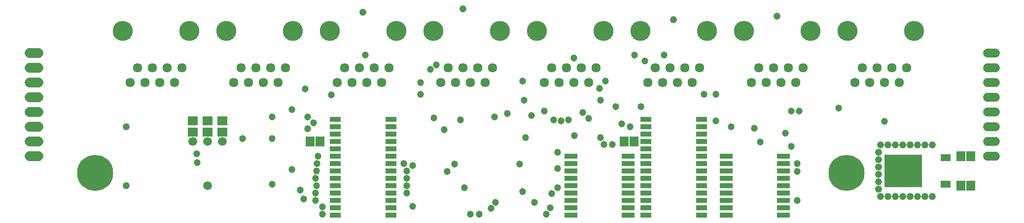
<source format=gts>
G75*
%MOIN*%
%OFA0B0*%
%FSLAX24Y24*%
%IPPOS*%
%LPD*%
%AMOC8*
5,1,8,0,0,1.08239X$1,22.5*
%
%ADD10R,0.0749X0.0336*%
%ADD11R,0.0880X0.0340*%
%ADD12C,0.0634*%
%ADD13C,0.1360*%
%ADD14R,0.0592X0.0671*%
%ADD15R,0.2521X0.2206*%
%ADD16R,0.0710X0.0474*%
%ADD17C,0.0600*%
%ADD18C,0.0680*%
%ADD19C,0.0595*%
%ADD20R,0.0671X0.0592*%
%ADD21C,0.0480*%
%ADD22C,0.0470*%
%ADD23C,0.0476*%
%ADD24C,0.2442*%
D10*
X027451Y001180D03*
X027451Y001680D03*
X027451Y002180D03*
X027451Y002680D03*
X027451Y003180D03*
X027451Y003680D03*
X027451Y004180D03*
X027451Y004680D03*
X027451Y005180D03*
X027451Y005680D03*
X027451Y006180D03*
X027451Y006680D03*
X027451Y007180D03*
X027451Y007680D03*
X031215Y007680D03*
X031215Y007180D03*
X031215Y006680D03*
X031215Y006180D03*
X031215Y005680D03*
X031215Y005180D03*
X031215Y004680D03*
X031215Y004180D03*
X031215Y003680D03*
X031215Y003180D03*
X031215Y002680D03*
X031215Y002180D03*
X031215Y001680D03*
X031215Y001180D03*
X048451Y001180D03*
X048451Y001680D03*
X048451Y002180D03*
X048451Y002680D03*
X048451Y003180D03*
X048451Y003680D03*
X048451Y004180D03*
X048451Y004680D03*
X048451Y005180D03*
X048451Y005680D03*
X048451Y006180D03*
X048451Y006680D03*
X048451Y007180D03*
X048451Y007680D03*
X052215Y007680D03*
X052215Y007180D03*
X052215Y006680D03*
X052215Y006180D03*
X052215Y005680D03*
X052215Y005180D03*
X052215Y004680D03*
X052215Y004180D03*
X052215Y003680D03*
X052215Y003180D03*
X052215Y002680D03*
X052215Y002180D03*
X052215Y001680D03*
X052215Y001180D03*
D11*
X053903Y001180D03*
X053903Y001680D03*
X053903Y002180D03*
X053903Y002680D03*
X053903Y003180D03*
X053903Y003680D03*
X053903Y004180D03*
X053903Y004680D03*
X053903Y005180D03*
X057763Y005180D03*
X057763Y004680D03*
X057763Y004180D03*
X057763Y003680D03*
X057763Y003180D03*
X057763Y002680D03*
X057763Y002180D03*
X057763Y001680D03*
X057763Y001180D03*
X047263Y001180D03*
X047263Y001680D03*
X047263Y002180D03*
X047263Y002680D03*
X047263Y003180D03*
X047263Y003680D03*
X047263Y004180D03*
X047263Y004680D03*
X047263Y005180D03*
X043403Y005180D03*
X043403Y004680D03*
X043403Y004180D03*
X043403Y003680D03*
X043403Y003180D03*
X043403Y002680D03*
X043403Y002180D03*
X043403Y001680D03*
X043403Y001180D03*
D12*
X043583Y010180D03*
X042583Y010180D03*
X041583Y010180D03*
X044583Y010180D03*
X044083Y011180D03*
X045083Y011180D03*
X043083Y011180D03*
X042083Y011180D03*
X038083Y011180D03*
X037083Y011180D03*
X036083Y011180D03*
X035083Y011180D03*
X034583Y010180D03*
X035583Y010180D03*
X036583Y010180D03*
X037583Y010180D03*
X031083Y011180D03*
X030083Y011180D03*
X029083Y011180D03*
X028083Y011180D03*
X027583Y010180D03*
X028583Y010180D03*
X029583Y010180D03*
X030583Y010180D03*
X024083Y011180D03*
X023083Y011180D03*
X022083Y011180D03*
X021083Y011180D03*
X020583Y010180D03*
X021583Y010180D03*
X022583Y010180D03*
X023583Y010180D03*
X017083Y011180D03*
X016083Y011180D03*
X015083Y011180D03*
X014083Y011180D03*
X013583Y010180D03*
X014583Y010180D03*
X015583Y010180D03*
X016583Y010180D03*
X048583Y010180D03*
X049583Y010180D03*
X050583Y010180D03*
X051583Y010180D03*
X051083Y011180D03*
X050083Y011180D03*
X049083Y011180D03*
X052083Y011180D03*
X055583Y010180D03*
X056583Y010180D03*
X057583Y010180D03*
X058583Y010180D03*
X058083Y011180D03*
X057083Y011180D03*
X056083Y011180D03*
X059083Y011180D03*
X062583Y010180D03*
X063583Y010180D03*
X064583Y010180D03*
X065583Y010180D03*
X065083Y011180D03*
X066083Y011180D03*
X064083Y011180D03*
X063083Y011180D03*
D13*
X062083Y013680D03*
X059583Y013680D03*
X055083Y013680D03*
X052583Y013680D03*
X048083Y013680D03*
X045583Y013680D03*
X041083Y013680D03*
X038583Y013680D03*
X034083Y013680D03*
X031583Y013680D03*
X027083Y013680D03*
X024583Y013680D03*
X020083Y013680D03*
X017583Y013680D03*
X013083Y013680D03*
X066583Y013680D03*
D14*
X047668Y006180D03*
X046999Y006180D03*
X026418Y006180D03*
X025749Y006180D03*
X069749Y005180D03*
X070418Y005180D03*
X070418Y003180D03*
X069749Y003180D03*
D15*
X065849Y004180D03*
D16*
X068723Y003282D03*
X068723Y005078D03*
D17*
X071573Y005180D02*
X072093Y005180D01*
X072093Y006180D02*
X071573Y006180D01*
X071573Y007180D02*
X072093Y007180D01*
X072093Y008180D02*
X071573Y008180D01*
X071573Y009180D02*
X072093Y009180D01*
X072093Y010180D02*
X071573Y010180D01*
X071573Y011180D02*
X072093Y011180D01*
X072093Y012180D02*
X071573Y012180D01*
D18*
X007383Y012180D02*
X006783Y012180D01*
X006783Y011180D02*
X007383Y011180D01*
X007383Y010180D02*
X006783Y010180D01*
X006783Y009180D02*
X007383Y009180D01*
X007383Y008180D02*
X006783Y008180D01*
X006783Y007180D02*
X007383Y007180D01*
X007383Y006180D02*
X006783Y006180D01*
X006783Y005180D02*
X007383Y005180D01*
D19*
X017833Y006180D03*
X018833Y006180D03*
X019833Y006180D03*
X018833Y003180D03*
D20*
X018833Y006806D03*
X017833Y006806D03*
X019833Y006806D03*
X019833Y007554D03*
X018833Y007554D03*
X017833Y007554D03*
D21*
X064208Y005430D03*
X064208Y004930D03*
X064208Y004430D03*
X064208Y003930D03*
X064208Y003430D03*
X064208Y002930D03*
X064333Y002430D03*
X064833Y002430D03*
X065333Y002430D03*
X065833Y002430D03*
X066333Y002430D03*
X066833Y002430D03*
X067333Y002430D03*
X067833Y002430D03*
X067833Y005930D03*
X067333Y005930D03*
X066833Y005930D03*
X066333Y005930D03*
X065833Y005930D03*
X065333Y005930D03*
X064833Y005930D03*
X064333Y005930D03*
D22*
X064583Y007530D03*
X061483Y008430D03*
X058833Y008230D03*
X058283Y008230D03*
X055783Y007080D03*
X054233Y007180D03*
X053183Y007580D03*
X057883Y006730D03*
X056183Y006130D03*
X058283Y005830D03*
X058683Y004680D03*
X058683Y004130D03*
X058683Y002180D03*
X046183Y005980D03*
X045633Y005980D03*
X045383Y006430D03*
X043633Y006580D03*
X046833Y007380D03*
X047383Y007180D03*
X044583Y007730D03*
X044183Y008130D03*
X043233Y007630D03*
X042733Y007580D03*
X042233Y007630D03*
X040733Y007930D03*
X041583Y008230D03*
X040233Y008980D03*
X039083Y008080D03*
X038233Y007830D03*
X035933Y007630D03*
X034133Y007780D03*
X034833Y006980D03*
X040333Y006430D03*
X042483Y005430D03*
X039933Y004630D03*
X042483Y004330D03*
X042483Y003030D03*
X042083Y002630D03*
X040133Y002780D03*
X040933Y002030D03*
X041983Y001680D03*
X041733Y001230D03*
X038283Y002030D03*
X037983Y001630D03*
X037183Y001230D03*
X036583Y001230D03*
X032683Y001780D03*
X032283Y002680D03*
X032283Y003180D03*
X032283Y003680D03*
X032283Y004180D03*
X032683Y004530D03*
X032083Y004680D03*
X035033Y004130D03*
X035533Y004630D03*
X036183Y003030D03*
X026583Y001730D03*
X026133Y002180D03*
X025333Y002280D03*
X026133Y002680D03*
X025083Y002880D03*
X026183Y003180D03*
X026133Y003680D03*
X026183Y004180D03*
X026233Y004680D03*
X024533Y004280D03*
X023183Y003280D03*
X018133Y004730D03*
X018083Y005330D03*
X021183Y006380D03*
X023183Y006380D03*
X025583Y007030D03*
X025983Y007430D03*
X025583Y007830D03*
X024533Y008330D03*
X023183Y007830D03*
X027183Y009330D03*
X025433Y009730D03*
X033233Y009380D03*
X033233Y010180D03*
X033883Y011080D03*
X034283Y011380D03*
X029483Y012030D03*
X040133Y010280D03*
X045333Y009780D03*
X045733Y010280D03*
X048383Y011630D03*
X047683Y012030D03*
X049683Y012030D03*
X043583Y011830D03*
X052383Y009380D03*
X053183Y009380D03*
X048133Y008530D03*
X046433Y008530D03*
X045383Y008980D03*
X026283Y005180D03*
X026583Y001230D03*
D23*
X013333Y003180D03*
X013333Y007180D03*
X029333Y014930D03*
X036083Y015180D03*
X050333Y014430D03*
X057333Y014680D03*
D24*
X062026Y004019D03*
X011239Y004019D03*
M02*

</source>
